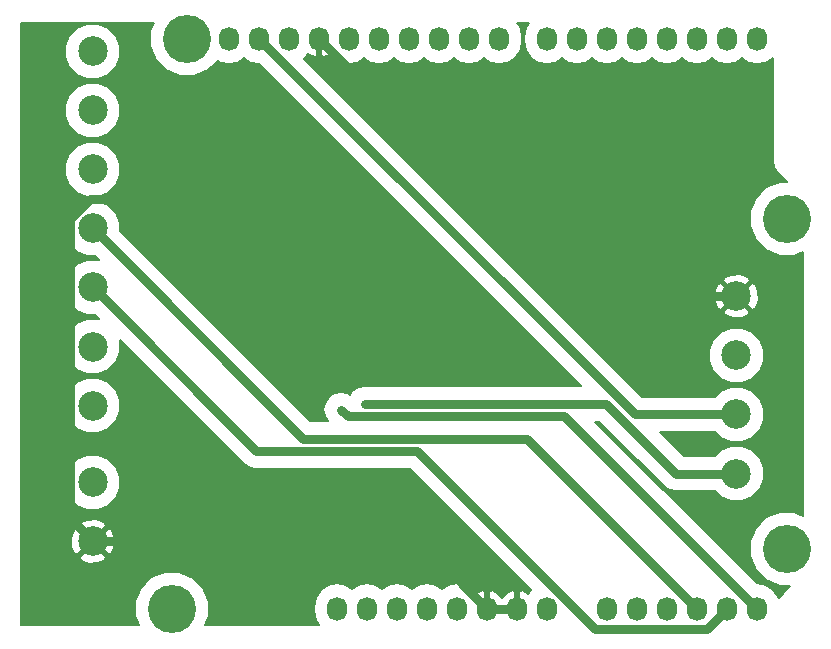
<source format=gbr>
G04 #@! TF.FileFunction,Copper,L1,Top,Signal*
%FSLAX46Y46*%
G04 Gerber Fmt 4.6, Leading zero omitted, Abs format (unit mm)*
G04 Created by KiCad (PCBNEW 4.0.4-stable) date 04/08/17 18:27:17*
%MOMM*%
%LPD*%
G01*
G04 APERTURE LIST*
%ADD10C,0.100000*%
%ADD11O,1.727200X2.032000*%
%ADD12C,4.064000*%
%ADD13C,2.500000*%
%ADD14C,0.600000*%
%ADD15C,0.800000*%
%ADD16C,0.200000*%
G04 APERTURE END LIST*
D10*
D11*
X138938000Y-123825000D03*
X141478000Y-123825000D03*
X144018000Y-123825000D03*
X146558000Y-123825000D03*
X149098000Y-123825000D03*
X151638000Y-123825000D03*
X154178000Y-123825000D03*
X156718000Y-123825000D03*
X161798000Y-123825000D03*
X164338000Y-123825000D03*
X166878000Y-123825000D03*
X169418000Y-123825000D03*
X171958000Y-123825000D03*
X174498000Y-123825000D03*
X129794000Y-75565000D03*
X132334000Y-75565000D03*
X134874000Y-75565000D03*
X137414000Y-75565000D03*
X139954000Y-75565000D03*
X142494000Y-75565000D03*
X145034000Y-75565000D03*
X147574000Y-75565000D03*
X150114000Y-75565000D03*
X152654000Y-75565000D03*
X156718000Y-75565000D03*
X159258000Y-75565000D03*
X161798000Y-75565000D03*
X164338000Y-75565000D03*
X166878000Y-75565000D03*
X169418000Y-75565000D03*
X171958000Y-75565000D03*
X174498000Y-75565000D03*
D12*
X124968000Y-123825000D03*
X177038000Y-118745000D03*
X126238000Y-75565000D03*
X177038000Y-90805000D03*
D13*
X172748000Y-97365000D03*
X172748000Y-102365000D03*
X172748000Y-112365000D03*
X172748000Y-107365000D03*
X118248000Y-106615000D03*
X118248000Y-101615000D03*
X118248000Y-96615000D03*
X118248000Y-91615000D03*
X118248000Y-86615000D03*
X118248000Y-76615000D03*
X118248000Y-81615000D03*
X118248000Y-113115000D03*
X118248000Y-118115000D03*
D14*
X141266200Y-106461200D03*
X127488700Y-85490300D03*
X139282500Y-106959500D03*
D15*
X161744800Y-106461200D02*
X141266200Y-106461200D01*
X167648600Y-112365000D02*
X161744800Y-106461200D01*
X172748000Y-112365000D02*
X167648600Y-112365000D01*
X154178000Y-123825000D02*
X152514400Y-123825000D01*
X151638000Y-123825000D02*
X152514400Y-123825000D01*
X116302300Y-116169300D02*
X118248000Y-118115000D01*
X116302300Y-90805800D02*
X116302300Y-116169300D01*
X117993100Y-89115000D02*
X116302300Y-90805800D01*
X123864000Y-89115000D02*
X117993100Y-89115000D01*
X127488700Y-85490300D02*
X123864000Y-89115000D01*
X145928000Y-118115000D02*
X151638000Y-123825000D01*
X118248000Y-118115000D02*
X145928000Y-118115000D01*
X159214000Y-97365000D02*
X172748000Y-97365000D01*
X137414000Y-75565000D02*
X159214000Y-97365000D01*
X155018000Y-109425000D02*
X169418000Y-123825000D01*
X136058000Y-109425000D02*
X155018000Y-109425000D01*
X118248000Y-91615000D02*
X136058000Y-109425000D01*
X170270800Y-125512200D02*
X171958000Y-123825000D01*
X160758000Y-125512200D02*
X170270800Y-125512200D01*
X145721100Y-110475300D02*
X160758000Y-125512200D01*
X132108300Y-110475300D02*
X145721100Y-110475300D01*
X118248000Y-96615000D02*
X132108300Y-110475300D01*
X158184500Y-107511500D02*
X174498000Y-123825000D01*
X139834500Y-107511500D02*
X158184500Y-107511500D01*
X139282500Y-106959500D02*
X139834500Y-107511500D01*
X164134000Y-107365000D02*
X132334000Y-75565000D01*
X172748000Y-107365000D02*
X164134000Y-107365000D01*
D16*
G36*
X123106544Y-74939273D02*
X123105457Y-76185260D01*
X123581271Y-77336818D01*
X124461548Y-78218633D01*
X125612273Y-78696456D01*
X126858260Y-78697543D01*
X128009818Y-78221729D01*
X128813211Y-77419737D01*
X129042563Y-77572985D01*
X129794000Y-77722455D01*
X130545437Y-77572985D01*
X131064000Y-77226492D01*
X131582563Y-77572985D01*
X132334000Y-77722455D01*
X132364140Y-77716460D01*
X159608880Y-104961200D01*
X141266200Y-104961200D01*
X140692175Y-105075381D01*
X140205540Y-105400540D01*
X140017833Y-105681464D01*
X139856525Y-105573681D01*
X139282500Y-105459500D01*
X138708475Y-105573681D01*
X138221840Y-105898840D01*
X137896681Y-106385475D01*
X137782500Y-106959500D01*
X137896681Y-107533525D01*
X138158256Y-107925000D01*
X136679320Y-107925000D01*
X120597801Y-91843481D01*
X120598407Y-91149607D01*
X120241395Y-90285571D01*
X119580906Y-89623929D01*
X118717495Y-89265409D01*
X117782607Y-89264593D01*
X116918571Y-89621605D01*
X116256929Y-90282094D01*
X115898409Y-91145505D01*
X115897593Y-92080393D01*
X116254605Y-92944429D01*
X116915094Y-93606071D01*
X117778505Y-93964591D01*
X118476881Y-93965201D01*
X118819406Y-94307726D01*
X118717495Y-94265409D01*
X117782607Y-94264593D01*
X116918571Y-94621605D01*
X116256929Y-95282094D01*
X115898409Y-96145505D01*
X115897593Y-97080393D01*
X116254605Y-97944429D01*
X116915094Y-98606071D01*
X117778505Y-98964591D01*
X118476881Y-98965201D01*
X118819406Y-99307726D01*
X118717495Y-99265409D01*
X117782607Y-99264593D01*
X116918571Y-99621605D01*
X116256929Y-100282094D01*
X115898409Y-101145505D01*
X115897593Y-102080393D01*
X116254605Y-102944429D01*
X116915094Y-103606071D01*
X117778505Y-103964591D01*
X118713393Y-103965407D01*
X119577429Y-103608395D01*
X120239071Y-102947906D01*
X120597591Y-102084495D01*
X120598407Y-101149607D01*
X120554131Y-101042451D01*
X131047640Y-111535960D01*
X131534275Y-111861119D01*
X132108300Y-111975300D01*
X145099780Y-111975300D01*
X155352080Y-122227600D01*
X155329525Y-122242670D01*
X155116306Y-122561774D01*
X155041641Y-122481178D01*
X154559049Y-122251189D01*
X154332000Y-122362017D01*
X154332000Y-123671000D01*
X154352000Y-123671000D01*
X154352000Y-123979000D01*
X154332000Y-123979000D01*
X154332000Y-123999000D01*
X154024000Y-123999000D01*
X154024000Y-123979000D01*
X151792000Y-123979000D01*
X151792000Y-123999000D01*
X151484000Y-123999000D01*
X151484000Y-123979000D01*
X151464000Y-123979000D01*
X151464000Y-123671000D01*
X151484000Y-123671000D01*
X151484000Y-122362017D01*
X151792000Y-122362017D01*
X151792000Y-123671000D01*
X154024000Y-123671000D01*
X154024000Y-122362017D01*
X153796951Y-122251189D01*
X153314359Y-122481178D01*
X152924162Y-122902371D01*
X152908000Y-122946034D01*
X152891838Y-122902371D01*
X152501641Y-122481178D01*
X152019049Y-122251189D01*
X151792000Y-122362017D01*
X151484000Y-122362017D01*
X151256951Y-122251189D01*
X150774359Y-122481178D01*
X150699694Y-122561774D01*
X150486475Y-122242670D01*
X149849437Y-121817015D01*
X149098000Y-121667545D01*
X148346563Y-121817015D01*
X147828000Y-122163508D01*
X147309437Y-121817015D01*
X146558000Y-121667545D01*
X145806563Y-121817015D01*
X145288000Y-122163508D01*
X144769437Y-121817015D01*
X144018000Y-121667545D01*
X143266563Y-121817015D01*
X142748000Y-122163508D01*
X142229437Y-121817015D01*
X141478000Y-121667545D01*
X140726563Y-121817015D01*
X140208000Y-122163508D01*
X139689437Y-121817015D01*
X138938000Y-121667545D01*
X138186563Y-121817015D01*
X137549525Y-122242670D01*
X137123870Y-122879708D01*
X136974400Y-123631145D01*
X136974400Y-124018855D01*
X137123870Y-124770292D01*
X137404310Y-125190000D01*
X127792483Y-125190000D01*
X128099456Y-124450727D01*
X128100543Y-123204740D01*
X127624729Y-122053182D01*
X126744452Y-121171367D01*
X125593727Y-120693544D01*
X124347740Y-120692457D01*
X123196182Y-121168271D01*
X122314367Y-122048548D01*
X121836544Y-123199273D01*
X121835457Y-124445260D01*
X122143177Y-125190000D01*
X112173000Y-125190000D01*
X112173000Y-119451136D01*
X117129653Y-119451136D01*
X117262774Y-119733048D01*
X117956970Y-119986911D01*
X118695473Y-119955793D01*
X119233226Y-119733048D01*
X119366347Y-119451136D01*
X118248000Y-118332789D01*
X117129653Y-119451136D01*
X112173000Y-119451136D01*
X112173000Y-117823970D01*
X116376089Y-117823970D01*
X116407207Y-118562473D01*
X116629952Y-119100226D01*
X116911864Y-119233347D01*
X118030211Y-118115000D01*
X118465789Y-118115000D01*
X119584136Y-119233347D01*
X119866048Y-119100226D01*
X120119911Y-118406030D01*
X120088793Y-117667527D01*
X119866048Y-117129774D01*
X119584136Y-116996653D01*
X118465789Y-118115000D01*
X118030211Y-118115000D01*
X116911864Y-116996653D01*
X116629952Y-117129774D01*
X116376089Y-117823970D01*
X112173000Y-117823970D01*
X112173000Y-116778864D01*
X117129653Y-116778864D01*
X118248000Y-117897211D01*
X119366347Y-116778864D01*
X119233226Y-116496952D01*
X118539030Y-116243089D01*
X117800527Y-116274207D01*
X117262774Y-116496952D01*
X117129653Y-116778864D01*
X112173000Y-116778864D01*
X112173000Y-113580393D01*
X115897593Y-113580393D01*
X116254605Y-114444429D01*
X116915094Y-115106071D01*
X117778505Y-115464591D01*
X118713393Y-115465407D01*
X119577429Y-115108395D01*
X120239071Y-114447906D01*
X120597591Y-113584495D01*
X120598407Y-112649607D01*
X120241395Y-111785571D01*
X119580906Y-111123929D01*
X118717495Y-110765409D01*
X117782607Y-110764593D01*
X116918571Y-111121605D01*
X116256929Y-111782094D01*
X115898409Y-112645505D01*
X115897593Y-113580393D01*
X112173000Y-113580393D01*
X112173000Y-107080393D01*
X115897593Y-107080393D01*
X116254605Y-107944429D01*
X116915094Y-108606071D01*
X117778505Y-108964591D01*
X118713393Y-108965407D01*
X119577429Y-108608395D01*
X120239071Y-107947906D01*
X120597591Y-107084495D01*
X120598407Y-106149607D01*
X120241395Y-105285571D01*
X119580906Y-104623929D01*
X118717495Y-104265409D01*
X117782607Y-104264593D01*
X116918571Y-104621605D01*
X116256929Y-105282094D01*
X115898409Y-106145505D01*
X115897593Y-107080393D01*
X112173000Y-107080393D01*
X112173000Y-87080393D01*
X115897593Y-87080393D01*
X116254605Y-87944429D01*
X116915094Y-88606071D01*
X117778505Y-88964591D01*
X118713393Y-88965407D01*
X119577429Y-88608395D01*
X120239071Y-87947906D01*
X120597591Y-87084495D01*
X120598407Y-86149607D01*
X120241395Y-85285571D01*
X119580906Y-84623929D01*
X118717495Y-84265409D01*
X117782607Y-84264593D01*
X116918571Y-84621605D01*
X116256929Y-85282094D01*
X115898409Y-86145505D01*
X115897593Y-87080393D01*
X112173000Y-87080393D01*
X112173000Y-82080393D01*
X115897593Y-82080393D01*
X116254605Y-82944429D01*
X116915094Y-83606071D01*
X117778505Y-83964591D01*
X118713393Y-83965407D01*
X119577429Y-83608395D01*
X120239071Y-82947906D01*
X120597591Y-82084495D01*
X120598407Y-81149607D01*
X120241395Y-80285571D01*
X119580906Y-79623929D01*
X118717495Y-79265409D01*
X117782607Y-79264593D01*
X116918571Y-79621605D01*
X116256929Y-80282094D01*
X115898409Y-81145505D01*
X115897593Y-82080393D01*
X112173000Y-82080393D01*
X112173000Y-77080393D01*
X115897593Y-77080393D01*
X116254605Y-77944429D01*
X116915094Y-78606071D01*
X117778505Y-78964591D01*
X118713393Y-78965407D01*
X119577429Y-78608395D01*
X120239071Y-77947906D01*
X120597591Y-77084495D01*
X120598407Y-76149607D01*
X120241395Y-75285571D01*
X119580906Y-74623929D01*
X118717495Y-74265409D01*
X117782607Y-74264593D01*
X116918571Y-74621605D01*
X116256929Y-75282094D01*
X115898409Y-76145505D01*
X115897593Y-77080393D01*
X112173000Y-77080393D01*
X112173000Y-74200000D01*
X123413517Y-74200000D01*
X123106544Y-74939273D01*
X123106544Y-74939273D01*
G37*
X123106544Y-74939273D02*
X123105457Y-76185260D01*
X123581271Y-77336818D01*
X124461548Y-78218633D01*
X125612273Y-78696456D01*
X126858260Y-78697543D01*
X128009818Y-78221729D01*
X128813211Y-77419737D01*
X129042563Y-77572985D01*
X129794000Y-77722455D01*
X130545437Y-77572985D01*
X131064000Y-77226492D01*
X131582563Y-77572985D01*
X132334000Y-77722455D01*
X132364140Y-77716460D01*
X159608880Y-104961200D01*
X141266200Y-104961200D01*
X140692175Y-105075381D01*
X140205540Y-105400540D01*
X140017833Y-105681464D01*
X139856525Y-105573681D01*
X139282500Y-105459500D01*
X138708475Y-105573681D01*
X138221840Y-105898840D01*
X137896681Y-106385475D01*
X137782500Y-106959500D01*
X137896681Y-107533525D01*
X138158256Y-107925000D01*
X136679320Y-107925000D01*
X120597801Y-91843481D01*
X120598407Y-91149607D01*
X120241395Y-90285571D01*
X119580906Y-89623929D01*
X118717495Y-89265409D01*
X117782607Y-89264593D01*
X116918571Y-89621605D01*
X116256929Y-90282094D01*
X115898409Y-91145505D01*
X115897593Y-92080393D01*
X116254605Y-92944429D01*
X116915094Y-93606071D01*
X117778505Y-93964591D01*
X118476881Y-93965201D01*
X118819406Y-94307726D01*
X118717495Y-94265409D01*
X117782607Y-94264593D01*
X116918571Y-94621605D01*
X116256929Y-95282094D01*
X115898409Y-96145505D01*
X115897593Y-97080393D01*
X116254605Y-97944429D01*
X116915094Y-98606071D01*
X117778505Y-98964591D01*
X118476881Y-98965201D01*
X118819406Y-99307726D01*
X118717495Y-99265409D01*
X117782607Y-99264593D01*
X116918571Y-99621605D01*
X116256929Y-100282094D01*
X115898409Y-101145505D01*
X115897593Y-102080393D01*
X116254605Y-102944429D01*
X116915094Y-103606071D01*
X117778505Y-103964591D01*
X118713393Y-103965407D01*
X119577429Y-103608395D01*
X120239071Y-102947906D01*
X120597591Y-102084495D01*
X120598407Y-101149607D01*
X120554131Y-101042451D01*
X131047640Y-111535960D01*
X131534275Y-111861119D01*
X132108300Y-111975300D01*
X145099780Y-111975300D01*
X155352080Y-122227600D01*
X155329525Y-122242670D01*
X155116306Y-122561774D01*
X155041641Y-122481178D01*
X154559049Y-122251189D01*
X154332000Y-122362017D01*
X154332000Y-123671000D01*
X154352000Y-123671000D01*
X154352000Y-123979000D01*
X154332000Y-123979000D01*
X154332000Y-123999000D01*
X154024000Y-123999000D01*
X154024000Y-123979000D01*
X151792000Y-123979000D01*
X151792000Y-123999000D01*
X151484000Y-123999000D01*
X151484000Y-123979000D01*
X151464000Y-123979000D01*
X151464000Y-123671000D01*
X151484000Y-123671000D01*
X151484000Y-122362017D01*
X151792000Y-122362017D01*
X151792000Y-123671000D01*
X154024000Y-123671000D01*
X154024000Y-122362017D01*
X153796951Y-122251189D01*
X153314359Y-122481178D01*
X152924162Y-122902371D01*
X152908000Y-122946034D01*
X152891838Y-122902371D01*
X152501641Y-122481178D01*
X152019049Y-122251189D01*
X151792000Y-122362017D01*
X151484000Y-122362017D01*
X151256951Y-122251189D01*
X150774359Y-122481178D01*
X150699694Y-122561774D01*
X150486475Y-122242670D01*
X149849437Y-121817015D01*
X149098000Y-121667545D01*
X148346563Y-121817015D01*
X147828000Y-122163508D01*
X147309437Y-121817015D01*
X146558000Y-121667545D01*
X145806563Y-121817015D01*
X145288000Y-122163508D01*
X144769437Y-121817015D01*
X144018000Y-121667545D01*
X143266563Y-121817015D01*
X142748000Y-122163508D01*
X142229437Y-121817015D01*
X141478000Y-121667545D01*
X140726563Y-121817015D01*
X140208000Y-122163508D01*
X139689437Y-121817015D01*
X138938000Y-121667545D01*
X138186563Y-121817015D01*
X137549525Y-122242670D01*
X137123870Y-122879708D01*
X136974400Y-123631145D01*
X136974400Y-124018855D01*
X137123870Y-124770292D01*
X137404310Y-125190000D01*
X127792483Y-125190000D01*
X128099456Y-124450727D01*
X128100543Y-123204740D01*
X127624729Y-122053182D01*
X126744452Y-121171367D01*
X125593727Y-120693544D01*
X124347740Y-120692457D01*
X123196182Y-121168271D01*
X122314367Y-122048548D01*
X121836544Y-123199273D01*
X121835457Y-124445260D01*
X122143177Y-125190000D01*
X112173000Y-125190000D01*
X112173000Y-119451136D01*
X117129653Y-119451136D01*
X117262774Y-119733048D01*
X117956970Y-119986911D01*
X118695473Y-119955793D01*
X119233226Y-119733048D01*
X119366347Y-119451136D01*
X118248000Y-118332789D01*
X117129653Y-119451136D01*
X112173000Y-119451136D01*
X112173000Y-117823970D01*
X116376089Y-117823970D01*
X116407207Y-118562473D01*
X116629952Y-119100226D01*
X116911864Y-119233347D01*
X118030211Y-118115000D01*
X118465789Y-118115000D01*
X119584136Y-119233347D01*
X119866048Y-119100226D01*
X120119911Y-118406030D01*
X120088793Y-117667527D01*
X119866048Y-117129774D01*
X119584136Y-116996653D01*
X118465789Y-118115000D01*
X118030211Y-118115000D01*
X116911864Y-116996653D01*
X116629952Y-117129774D01*
X116376089Y-117823970D01*
X112173000Y-117823970D01*
X112173000Y-116778864D01*
X117129653Y-116778864D01*
X118248000Y-117897211D01*
X119366347Y-116778864D01*
X119233226Y-116496952D01*
X118539030Y-116243089D01*
X117800527Y-116274207D01*
X117262774Y-116496952D01*
X117129653Y-116778864D01*
X112173000Y-116778864D01*
X112173000Y-113580393D01*
X115897593Y-113580393D01*
X116254605Y-114444429D01*
X116915094Y-115106071D01*
X117778505Y-115464591D01*
X118713393Y-115465407D01*
X119577429Y-115108395D01*
X120239071Y-114447906D01*
X120597591Y-113584495D01*
X120598407Y-112649607D01*
X120241395Y-111785571D01*
X119580906Y-111123929D01*
X118717495Y-110765409D01*
X117782607Y-110764593D01*
X116918571Y-111121605D01*
X116256929Y-111782094D01*
X115898409Y-112645505D01*
X115897593Y-113580393D01*
X112173000Y-113580393D01*
X112173000Y-107080393D01*
X115897593Y-107080393D01*
X116254605Y-107944429D01*
X116915094Y-108606071D01*
X117778505Y-108964591D01*
X118713393Y-108965407D01*
X119577429Y-108608395D01*
X120239071Y-107947906D01*
X120597591Y-107084495D01*
X120598407Y-106149607D01*
X120241395Y-105285571D01*
X119580906Y-104623929D01*
X118717495Y-104265409D01*
X117782607Y-104264593D01*
X116918571Y-104621605D01*
X116256929Y-105282094D01*
X115898409Y-106145505D01*
X115897593Y-107080393D01*
X112173000Y-107080393D01*
X112173000Y-87080393D01*
X115897593Y-87080393D01*
X116254605Y-87944429D01*
X116915094Y-88606071D01*
X117778505Y-88964591D01*
X118713393Y-88965407D01*
X119577429Y-88608395D01*
X120239071Y-87947906D01*
X120597591Y-87084495D01*
X120598407Y-86149607D01*
X120241395Y-85285571D01*
X119580906Y-84623929D01*
X118717495Y-84265409D01*
X117782607Y-84264593D01*
X116918571Y-84621605D01*
X116256929Y-85282094D01*
X115898409Y-86145505D01*
X115897593Y-87080393D01*
X112173000Y-87080393D01*
X112173000Y-82080393D01*
X115897593Y-82080393D01*
X116254605Y-82944429D01*
X116915094Y-83606071D01*
X117778505Y-83964591D01*
X118713393Y-83965407D01*
X119577429Y-83608395D01*
X120239071Y-82947906D01*
X120597591Y-82084495D01*
X120598407Y-81149607D01*
X120241395Y-80285571D01*
X119580906Y-79623929D01*
X118717495Y-79265409D01*
X117782607Y-79264593D01*
X116918571Y-79621605D01*
X116256929Y-80282094D01*
X115898409Y-81145505D01*
X115897593Y-82080393D01*
X112173000Y-82080393D01*
X112173000Y-77080393D01*
X115897593Y-77080393D01*
X116254605Y-77944429D01*
X116915094Y-78606071D01*
X117778505Y-78964591D01*
X118713393Y-78965407D01*
X119577429Y-78608395D01*
X120239071Y-77947906D01*
X120597591Y-77084495D01*
X120598407Y-76149607D01*
X120241395Y-75285571D01*
X119580906Y-74623929D01*
X118717495Y-74265409D01*
X117782607Y-74264593D01*
X116918571Y-74621605D01*
X116256929Y-75282094D01*
X115898409Y-76145505D01*
X115897593Y-77080393D01*
X112173000Y-77080393D01*
X112173000Y-74200000D01*
X123413517Y-74200000D01*
X123106544Y-74939273D01*
G36*
X154903870Y-74619708D02*
X154754400Y-75371145D01*
X154754400Y-75758855D01*
X154903870Y-76510292D01*
X155329525Y-77147330D01*
X155966563Y-77572985D01*
X156718000Y-77722455D01*
X157469437Y-77572985D01*
X157988000Y-77226492D01*
X158506563Y-77572985D01*
X159258000Y-77722455D01*
X160009437Y-77572985D01*
X160528000Y-77226492D01*
X161046563Y-77572985D01*
X161798000Y-77722455D01*
X162549437Y-77572985D01*
X163068000Y-77226492D01*
X163586563Y-77572985D01*
X164338000Y-77722455D01*
X165089437Y-77572985D01*
X165608000Y-77226492D01*
X166126563Y-77572985D01*
X166878000Y-77722455D01*
X167629437Y-77572985D01*
X168148000Y-77226492D01*
X168666563Y-77572985D01*
X169418000Y-77722455D01*
X170169437Y-77572985D01*
X170688000Y-77226492D01*
X171206563Y-77572985D01*
X171958000Y-77722455D01*
X172709437Y-77572985D01*
X173228000Y-77226492D01*
X173746563Y-77572985D01*
X174498000Y-77722455D01*
X175249437Y-77572985D01*
X175863000Y-77163015D01*
X175863000Y-85979000D01*
X175952442Y-86428653D01*
X176207150Y-86809850D01*
X177070326Y-87673026D01*
X176417740Y-87672457D01*
X175266182Y-88148271D01*
X174384367Y-89028548D01*
X173906544Y-90179273D01*
X173905457Y-91425260D01*
X174381271Y-92576818D01*
X175261548Y-93458633D01*
X176412273Y-93936456D01*
X177658260Y-93937543D01*
X178403000Y-93629823D01*
X178403000Y-115920517D01*
X177663727Y-115613544D01*
X176417740Y-115612457D01*
X175266182Y-116088271D01*
X174384367Y-116968548D01*
X173906544Y-118119273D01*
X173905457Y-119365260D01*
X174381271Y-120516818D01*
X175261548Y-121398633D01*
X176412273Y-121876456D01*
X177324048Y-121877251D01*
X176313700Y-122887600D01*
X176312130Y-122879708D01*
X175886475Y-122242670D01*
X175249437Y-121817015D01*
X174498000Y-121667545D01*
X174467860Y-121673540D01*
X160755520Y-107961200D01*
X161123480Y-107961200D01*
X166587940Y-113425660D01*
X167074575Y-113750819D01*
X167648600Y-113865000D01*
X170924879Y-113865000D01*
X171415094Y-114356071D01*
X172278505Y-114714591D01*
X173213393Y-114715407D01*
X174077429Y-114358395D01*
X174739071Y-113697906D01*
X175097591Y-112834495D01*
X175098407Y-111899607D01*
X174741395Y-111035571D01*
X174080906Y-110373929D01*
X173217495Y-110015409D01*
X172282607Y-110014593D01*
X171418571Y-110371605D01*
X170924315Y-110865000D01*
X168269920Y-110865000D01*
X166269920Y-108865000D01*
X170924879Y-108865000D01*
X171415094Y-109356071D01*
X172278505Y-109714591D01*
X173213393Y-109715407D01*
X174077429Y-109358395D01*
X174739071Y-108697906D01*
X175097591Y-107834495D01*
X175098407Y-106899607D01*
X174741395Y-106035571D01*
X174080906Y-105373929D01*
X173217495Y-105015409D01*
X172282607Y-105014593D01*
X171418571Y-105371605D01*
X170924315Y-105865000D01*
X164755320Y-105865000D01*
X161720713Y-102830393D01*
X170397593Y-102830393D01*
X170754605Y-103694429D01*
X171415094Y-104356071D01*
X172278505Y-104714591D01*
X173213393Y-104715407D01*
X174077429Y-104358395D01*
X174739071Y-103697906D01*
X175097591Y-102834495D01*
X175098407Y-101899607D01*
X174741395Y-101035571D01*
X174080906Y-100373929D01*
X173217495Y-100015409D01*
X172282607Y-100014593D01*
X171418571Y-100371605D01*
X170756929Y-101032094D01*
X170398409Y-101895505D01*
X170397593Y-102830393D01*
X161720713Y-102830393D01*
X157591456Y-98701136D01*
X171629653Y-98701136D01*
X171762774Y-98983048D01*
X172456970Y-99236911D01*
X173195473Y-99205793D01*
X173733226Y-98983048D01*
X173866347Y-98701136D01*
X172748000Y-97582789D01*
X171629653Y-98701136D01*
X157591456Y-98701136D01*
X155964290Y-97073970D01*
X170876089Y-97073970D01*
X170907207Y-97812473D01*
X171129952Y-98350226D01*
X171411864Y-98483347D01*
X172530211Y-97365000D01*
X172965789Y-97365000D01*
X174084136Y-98483347D01*
X174366048Y-98350226D01*
X174619911Y-97656030D01*
X174588793Y-96917527D01*
X174366048Y-96379774D01*
X174084136Y-96246653D01*
X172965789Y-97365000D01*
X172530211Y-97365000D01*
X171411864Y-96246653D01*
X171129952Y-96379774D01*
X170876089Y-97073970D01*
X155964290Y-97073970D01*
X154919184Y-96028864D01*
X171629653Y-96028864D01*
X172748000Y-97147211D01*
X173866347Y-96028864D01*
X173733226Y-95746952D01*
X173039030Y-95493089D01*
X172300527Y-95524207D01*
X171762774Y-95746952D01*
X171629653Y-96028864D01*
X154919184Y-96028864D01*
X136127702Y-77237382D01*
X136262475Y-77147330D01*
X136475694Y-76828226D01*
X136550359Y-76908822D01*
X137032951Y-77138811D01*
X137260000Y-77027983D01*
X137260000Y-75719000D01*
X137240000Y-75719000D01*
X137240000Y-75411000D01*
X137260000Y-75411000D01*
X137260000Y-75391000D01*
X137568000Y-75391000D01*
X137568000Y-75411000D01*
X137588000Y-75411000D01*
X137588000Y-75719000D01*
X137568000Y-75719000D01*
X137568000Y-77027983D01*
X137795049Y-77138811D01*
X138277641Y-76908822D01*
X138352306Y-76828226D01*
X138565525Y-77147330D01*
X139202563Y-77572985D01*
X139954000Y-77722455D01*
X140705437Y-77572985D01*
X141224000Y-77226492D01*
X141742563Y-77572985D01*
X142494000Y-77722455D01*
X143245437Y-77572985D01*
X143764000Y-77226492D01*
X144282563Y-77572985D01*
X145034000Y-77722455D01*
X145785437Y-77572985D01*
X146304000Y-77226492D01*
X146822563Y-77572985D01*
X147574000Y-77722455D01*
X148325437Y-77572985D01*
X148844000Y-77226492D01*
X149362563Y-77572985D01*
X150114000Y-77722455D01*
X150865437Y-77572985D01*
X151384000Y-77226492D01*
X151902563Y-77572985D01*
X152654000Y-77722455D01*
X153405437Y-77572985D01*
X154042475Y-77147330D01*
X154468130Y-76510292D01*
X154617600Y-75758855D01*
X154617600Y-75371145D01*
X154468130Y-74619708D01*
X154187690Y-74200000D01*
X155184310Y-74200000D01*
X154903870Y-74619708D01*
X154903870Y-74619708D01*
G37*
X154903870Y-74619708D02*
X154754400Y-75371145D01*
X154754400Y-75758855D01*
X154903870Y-76510292D01*
X155329525Y-77147330D01*
X155966563Y-77572985D01*
X156718000Y-77722455D01*
X157469437Y-77572985D01*
X157988000Y-77226492D01*
X158506563Y-77572985D01*
X159258000Y-77722455D01*
X160009437Y-77572985D01*
X160528000Y-77226492D01*
X161046563Y-77572985D01*
X161798000Y-77722455D01*
X162549437Y-77572985D01*
X163068000Y-77226492D01*
X163586563Y-77572985D01*
X164338000Y-77722455D01*
X165089437Y-77572985D01*
X165608000Y-77226492D01*
X166126563Y-77572985D01*
X166878000Y-77722455D01*
X167629437Y-77572985D01*
X168148000Y-77226492D01*
X168666563Y-77572985D01*
X169418000Y-77722455D01*
X170169437Y-77572985D01*
X170688000Y-77226492D01*
X171206563Y-77572985D01*
X171958000Y-77722455D01*
X172709437Y-77572985D01*
X173228000Y-77226492D01*
X173746563Y-77572985D01*
X174498000Y-77722455D01*
X175249437Y-77572985D01*
X175863000Y-77163015D01*
X175863000Y-85979000D01*
X175952442Y-86428653D01*
X176207150Y-86809850D01*
X177070326Y-87673026D01*
X176417740Y-87672457D01*
X175266182Y-88148271D01*
X174384367Y-89028548D01*
X173906544Y-90179273D01*
X173905457Y-91425260D01*
X174381271Y-92576818D01*
X175261548Y-93458633D01*
X176412273Y-93936456D01*
X177658260Y-93937543D01*
X178403000Y-93629823D01*
X178403000Y-115920517D01*
X177663727Y-115613544D01*
X176417740Y-115612457D01*
X175266182Y-116088271D01*
X174384367Y-116968548D01*
X173906544Y-118119273D01*
X173905457Y-119365260D01*
X174381271Y-120516818D01*
X175261548Y-121398633D01*
X176412273Y-121876456D01*
X177324048Y-121877251D01*
X176313700Y-122887600D01*
X176312130Y-122879708D01*
X175886475Y-122242670D01*
X175249437Y-121817015D01*
X174498000Y-121667545D01*
X174467860Y-121673540D01*
X160755520Y-107961200D01*
X161123480Y-107961200D01*
X166587940Y-113425660D01*
X167074575Y-113750819D01*
X167648600Y-113865000D01*
X170924879Y-113865000D01*
X171415094Y-114356071D01*
X172278505Y-114714591D01*
X173213393Y-114715407D01*
X174077429Y-114358395D01*
X174739071Y-113697906D01*
X175097591Y-112834495D01*
X175098407Y-111899607D01*
X174741395Y-111035571D01*
X174080906Y-110373929D01*
X173217495Y-110015409D01*
X172282607Y-110014593D01*
X171418571Y-110371605D01*
X170924315Y-110865000D01*
X168269920Y-110865000D01*
X166269920Y-108865000D01*
X170924879Y-108865000D01*
X171415094Y-109356071D01*
X172278505Y-109714591D01*
X173213393Y-109715407D01*
X174077429Y-109358395D01*
X174739071Y-108697906D01*
X175097591Y-107834495D01*
X175098407Y-106899607D01*
X174741395Y-106035571D01*
X174080906Y-105373929D01*
X173217495Y-105015409D01*
X172282607Y-105014593D01*
X171418571Y-105371605D01*
X170924315Y-105865000D01*
X164755320Y-105865000D01*
X161720713Y-102830393D01*
X170397593Y-102830393D01*
X170754605Y-103694429D01*
X171415094Y-104356071D01*
X172278505Y-104714591D01*
X173213393Y-104715407D01*
X174077429Y-104358395D01*
X174739071Y-103697906D01*
X175097591Y-102834495D01*
X175098407Y-101899607D01*
X174741395Y-101035571D01*
X174080906Y-100373929D01*
X173217495Y-100015409D01*
X172282607Y-100014593D01*
X171418571Y-100371605D01*
X170756929Y-101032094D01*
X170398409Y-101895505D01*
X170397593Y-102830393D01*
X161720713Y-102830393D01*
X157591456Y-98701136D01*
X171629653Y-98701136D01*
X171762774Y-98983048D01*
X172456970Y-99236911D01*
X173195473Y-99205793D01*
X173733226Y-98983048D01*
X173866347Y-98701136D01*
X172748000Y-97582789D01*
X171629653Y-98701136D01*
X157591456Y-98701136D01*
X155964290Y-97073970D01*
X170876089Y-97073970D01*
X170907207Y-97812473D01*
X171129952Y-98350226D01*
X171411864Y-98483347D01*
X172530211Y-97365000D01*
X172965789Y-97365000D01*
X174084136Y-98483347D01*
X174366048Y-98350226D01*
X174619911Y-97656030D01*
X174588793Y-96917527D01*
X174366048Y-96379774D01*
X174084136Y-96246653D01*
X172965789Y-97365000D01*
X172530211Y-97365000D01*
X171411864Y-96246653D01*
X171129952Y-96379774D01*
X170876089Y-97073970D01*
X155964290Y-97073970D01*
X154919184Y-96028864D01*
X171629653Y-96028864D01*
X172748000Y-97147211D01*
X173866347Y-96028864D01*
X173733226Y-95746952D01*
X173039030Y-95493089D01*
X172300527Y-95524207D01*
X171762774Y-95746952D01*
X171629653Y-96028864D01*
X154919184Y-96028864D01*
X136127702Y-77237382D01*
X136262475Y-77147330D01*
X136475694Y-76828226D01*
X136550359Y-76908822D01*
X137032951Y-77138811D01*
X137260000Y-77027983D01*
X137260000Y-75719000D01*
X137240000Y-75719000D01*
X137240000Y-75411000D01*
X137260000Y-75411000D01*
X137260000Y-75391000D01*
X137568000Y-75391000D01*
X137568000Y-75411000D01*
X137588000Y-75411000D01*
X137588000Y-75719000D01*
X137568000Y-75719000D01*
X137568000Y-77027983D01*
X137795049Y-77138811D01*
X138277641Y-76908822D01*
X138352306Y-76828226D01*
X138565525Y-77147330D01*
X139202563Y-77572985D01*
X139954000Y-77722455D01*
X140705437Y-77572985D01*
X141224000Y-77226492D01*
X141742563Y-77572985D01*
X142494000Y-77722455D01*
X143245437Y-77572985D01*
X143764000Y-77226492D01*
X144282563Y-77572985D01*
X145034000Y-77722455D01*
X145785437Y-77572985D01*
X146304000Y-77226492D01*
X146822563Y-77572985D01*
X147574000Y-77722455D01*
X148325437Y-77572985D01*
X148844000Y-77226492D01*
X149362563Y-77572985D01*
X150114000Y-77722455D01*
X150865437Y-77572985D01*
X151384000Y-77226492D01*
X151902563Y-77572985D01*
X152654000Y-77722455D01*
X153405437Y-77572985D01*
X154042475Y-77147330D01*
X154468130Y-76510292D01*
X154617600Y-75758855D01*
X154617600Y-75371145D01*
X154468130Y-74619708D01*
X154187690Y-74200000D01*
X155184310Y-74200000D01*
X154903870Y-74619708D01*
M02*

</source>
